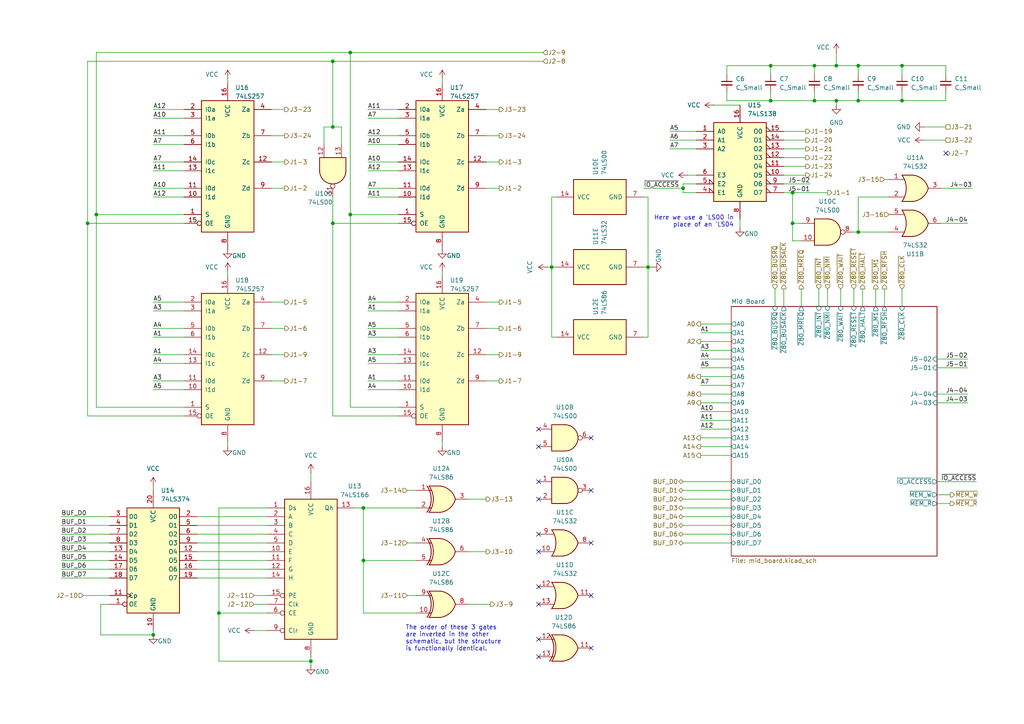
<source format=kicad_sch>
(kicad_sch (version 20231120) (generator "eeschema") (generator_version "8.0")
  (paper "A4")
  (lib_symbols
    (symbol "74xx:74LS00" (pin_names (offset 1.016))
      (property "Reference" "U" (at 0 1.27 0))
      (property "Value" "74LS00" (at 0 -1.27 0))
      (symbol "74LS00_1_1"
        (pin input line (at -7.62 2.54 0) (length 3.81) (name "~") (number "1"))
        (pin input line (at -7.62 -2.54 0) (length 3.81) (name "~") (number "2"))
        (pin output inverted (at 7.62 0 180) (length 3.81) (name "~") (number "3"))
      )
      (symbol "74LS00_1_2"
        (pin input inverted (at -7.62 2.54 0) (length 4.318) (name "~") (number "1"))
        (pin input inverted (at -7.62 -2.54 0) (length 4.318) (name "~") (number "2"))
        (pin output line (at 7.62 0 180) (length 3.81) (name "~") (number "3"))
      )
      (symbol "74LS00_2_1"
        (pin input line (at -7.62 2.54 0) (length 3.81) (name "~") (number "4"))
        (pin input line (at -7.62 -2.54 0) (length 3.81) (name "~") (number "5"))
        (pin output inverted (at 7.62 0 180) (length 3.81) (name "~") (number "6"))
      )
      (symbol "74LS00_2_2"
        (pin input inverted (at -7.62 2.54 0) (length 4.318) (name "~") (number "4"))
        (pin input inverted (at -7.62 -2.54 0) (length 4.318) (name "~") (number "5"))
        (pin output line (at 7.62 0 180) (length 3.81) (name "~") (number "6"))
      )
      (symbol "74LS00_3_1"
        (pin input line (at -7.62 -2.54 0) (length 3.81) (name "~") (number "10"))
        (pin output inverted (at 7.62 0 180) (length 3.81) (name "~") (number "8"))
        (pin input line (at -7.62 2.54 0) (length 3.81) (name "~") (number "9"))
      )
      (symbol "74LS00_3_2"
        (pin input inverted (at -7.62 -2.54 0) (length 4.318) (name "~") (number "10"))
        (pin output line (at 7.62 0 180) (length 3.81) (name "~") (number "8"))
        (pin input inverted (at -7.62 2.54 0) (length 4.318) (name "~") (number "9"))
      )
      (symbol "74LS00_4_1"
        (pin output inverted (at 7.62 0 180) (length 3.81) (name "~") (number "11"))
        (pin input line (at -7.62 2.54 0) (length 3.81) (name "~") (number "12"))
        (pin input line (at -7.62 -2.54 0) (length 3.81) (name "~") (number "13"))
      )
      (symbol "74LS00_4_2"
        (pin output line (at 7.62 0 180) (length 3.81) (name "~") (number "11"))
        (pin input inverted (at -7.62 2.54 0) (length 4.318) (name "~") (number "12"))
        (pin input inverted (at -7.62 -2.54 0) (length 4.318) (name "~") (number "13"))
      )
      (symbol "74LS00_5_0"
        (pin power_in line (at 0 12.7 270) (length 5.08) (name "VCC") (number "14"))
        (pin power_in line (at 0 -12.7 90) (length 5.08) (name "GND") (number "7"))
      )
    )
    (symbol "74xx:74LS138" (pin_names (offset 1.016))
      (property "Reference" "U" (at -7.62 11.43 0))
      (property "Value" "74LS138" (at -7.62 -13.97 0))
      (symbol "74LS138_1_0"
        (pin input line (at -12.7 7.62 0) (length 5.08) (name "A0") (number "1"))
        (pin output output_low (at 12.7 -5.08 180) (length 5.08) (name "O5") (number "10"))
        (pin output output_low (at 12.7 -2.54 180) (length 5.08) (name "O4") (number "11"))
        (pin output output_low (at 12.7 0 180) (length 5.08) (name "O3") (number "12"))
        (pin output output_low (at 12.7 2.54 180) (length 5.08) (name "O2") (number "13"))
        (pin output output_low (at 12.7 5.08 180) (length 5.08) (name "O1") (number "14"))
        (pin output output_low (at 12.7 7.62 180) (length 5.08) (name "O0") (number "15"))
        (pin power_in line (at 0 15.24 270) (length 5.08) (name "VCC") (number "16"))
        (pin input line (at -12.7 5.08 0) (length 5.08) (name "A1") (number "2"))
        (pin input line (at -12.7 2.54 0) (length 5.08) (name "A2") (number "3"))
        (pin input input_low (at -12.7 -10.16 0) (length 5.08) (name "E1") (number "4"))
        (pin input input_low (at -12.7 -7.62 0) (length 5.08) (name "E2") (number "5"))
        (pin input line (at -12.7 -5.08 0) (length 5.08) (name "E3") (number "6"))
        (pin output output_low (at 12.7 -10.16 180) (length 5.08) (name "O7") (number "7"))
        (pin power_in line (at 0 -17.78 90) (length 5.08) (name "GND") (number "8"))
        (pin output output_low (at 12.7 -7.62 180) (length 5.08) (name "O6") (number "9"))
      )
    )
    (symbol "74xx:74LS166" (pin_names (offset 1.016))
      (property "Reference" "U" (at -7.62 21.59 0))
      (property "Value" "74LS166" (at -7.62 -21.59 0))
      (symbol "74LS166_1_0"
        (pin input line (at -12.7 17.78 0) (length 5.08) (name "Ds") (number "1"))
        (pin input line (at -12.7 5.08 0) (length 5.08) (name "E") (number "10"))
        (pin input line (at -12.7 2.54 0) (length 5.08) (name "F") (number "11"))
        (pin input line (at -12.7 0 0) (length 5.08) (name "G") (number "12"))
        (pin output line (at 12.7 17.78 180) (length 5.08) (name "Qh") (number "13"))
        (pin input line (at -12.7 -2.54 0) (length 5.08) (name "H") (number "14"))
        (pin input inverted (at -12.7 -7.62 0) (length 5.08) (name "PE") (number "15"))
        (pin power_in line (at 0 25.4 270) (length 5.08) (name "VCC") (number "16"))
        (pin input line (at -12.7 15.24 0) (length 5.08) (name "A") (number "2"))
        (pin input line (at -12.7 12.7 0) (length 5.08) (name "B") (number "3"))
        (pin input line (at -12.7 10.16 0) (length 5.08) (name "C") (number "4"))
        (pin input line (at -12.7 7.62 0) (length 5.08) (name "D") (number "5"))
        (pin input inverted (at -12.7 -12.7 0) (length 5.08) (name "CE") (number "6"))
        (pin input line (at -12.7 -10.16 0) (length 5.08) (name "Clk") (number "7"))
        (pin power_in line (at 0 -25.4 90) (length 5.08) (name "GND") (number "8"))
        (pin input inverted (at -12.7 -17.78 0) (length 5.08) (name "Clr") (number "9"))
      )
    )
    (symbol "74xx:74LS257" (pin_names (offset 1.016))
      (property "Reference" "U" (at -7.62 19.05 0))
      (property "Value" "74LS257" (at -7.62 -21.59 0))
      (symbol "74LS257_1_0"
        (pin input line (at -12.7 -15.24 0) (length 5.08) (name "S") (number "1"))
        (pin input line (at -12.7 -10.16 0) (length 5.08) (name "I1d") (number "10"))
        (pin input line (at -12.7 -7.62 0) (length 5.08) (name "I0d") (number "11"))
        (pin tri_state line (at 12.7 0 180) (length 5.08) (name "Zc") (number "12"))
        (pin input line (at -12.7 -2.54 0) (length 5.08) (name "I1c") (number "13"))
        (pin input line (at -12.7 0 0) (length 5.08) (name "I0c") (number "14"))
        (pin input inverted (at -12.7 -17.78 0) (length 5.08) (name "OE") (number "15"))
        (pin power_in line (at 0 22.86 270) (length 5.08) (name "VCC") (number "16"))
        (pin input line (at -12.7 15.24 0) (length 5.08) (name "I0a") (number "2"))
        (pin input line (at -12.7 12.7 0) (length 5.08) (name "I1a") (number "3"))
        (pin tri_state line (at 12.7 15.24 180) (length 5.08) (name "Za") (number "4"))
        (pin input line (at -12.7 7.62 0) (length 5.08) (name "I0b") (number "5"))
        (pin input line (at -12.7 5.08 0) (length 5.08) (name "I1b") (number "6"))
        (pin tri_state line (at 12.7 7.62 180) (length 5.08) (name "Zb") (number "7"))
        (pin power_in line (at 0 -25.4 90) (length 5.08) (name "GND") (number "8"))
        (pin tri_state line (at 12.7 -7.62 180) (length 5.08) (name "Zd") (number "9"))
      )
    )
    (symbol "74xx:74LS32" (pin_names (offset 1.016))
      (property "Reference" "U" (at 0 1.27 0))
      (property "Value" "74LS32" (at 0 -1.27 0))
      (symbol "74LS32_1_1"
        (pin input line (at -7.62 2.54 0) (length 4.318) (name "~") (number "1"))
        (pin input line (at -7.62 -2.54 0) (length 4.318) (name "~") (number "2"))
        (pin output line (at 7.62 0 180) (length 3.81) (name "~") (number "3"))
      )
      (symbol "74LS32_1_2"
        (pin input inverted (at -7.62 2.54 0) (length 3.81) (name "~") (number "1"))
        (pin input inverted (at -7.62 -2.54 0) (length 3.81) (name "~") (number "2"))
        (pin output inverted (at 7.62 0 180) (length 3.81) (name "~") (number "3"))
      )
      (symbol "74LS32_2_1"
        (pin input line (at -7.62 2.54 0) (length 4.318) (name "~") (number "4"))
        (pin input line (at -7.62 -2.54 0) (length 4.318) (name "~") (number "5"))
        (pin output line (at 7.62 0 180) (length 3.81) (name "~") (number "6"))
      )
      (symbol "74LS32_2_2"
        (pin input inverted (at -7.62 2.54 0) (length 3.81) (name "~") (number "4"))
        (pin input inverted (at -7.62 -2.54 0) (length 3.81) (name "~") (number "5"))
        (pin output inverted (at 7.62 0 180) (length 3.81) (name "~") (number "6"))
      )
      (symbol "74LS32_3_1"
        (pin input line (at -7.62 -2.54 0) (length 4.318) (name "~") (number "10"))
        (pin output line (at 7.62 0 180) (length 3.81) (name "~") (number "8"))
        (pin input line (at -7.62 2.54 0) (length 4.318) (name "~") (number "9"))
      )
      (symbol "74LS32_3_2"
        (pin input inverted (at -7.62 -2.54 0) (length 3.81) (name "~") (number "10"))
        (pin output inverted (at 7.62 0 180) (length 3.81) (name "~") (number "8"))
        (pin input inverted (at -7.62 2.54 0) (length 3.81) (name "~") (number "9"))
      )
      (symbol "74LS32_4_1"
        (pin output line (at 7.62 0 180) (length 3.81) (name "~") (number "11"))
        (pin input line (at -7.62 2.54 0) (length 4.318) (name "~") (number "12"))
        (pin input line (at -7.62 -2.54 0) (length 4.318) (name "~") (number "13"))
      )
      (symbol "74LS32_4_2"
        (pin output inverted (at 7.62 0 180) (length 3.81) (name "~") (number "11"))
        (pin input inverted (at -7.62 2.54 0) (length 3.81) (name "~") (number "12"))
        (pin input inverted (at -7.62 -2.54 0) (length 3.81) (name "~") (number "13"))
      )
      (symbol "74LS32_5_0"
        (pin power_in line (at 0 12.7 270) (length 5.08) (name "VCC") (number "14"))
        (pin power_in line (at 0 -12.7 90) (length 5.08) (name "GND") (number "7"))
      )
    )
    (symbol "74xx:74LS374"
      (property "Reference" "U" (at -7.62 16.51 0))
      (property "Value" "74LS374" (at -7.62 -16.51 0))
      (symbol "74LS374_1_0"
        (pin input inverted (at -12.7 -12.7 0) (length 5.08) (name "OE") (number "1"))
        (pin power_in line (at 0 -20.32 90) (length 5.08) (name "GND") (number "10"))
        (pin input clock (at -12.7 -10.16 0) (length 5.08) (name "Cp") (number "11"))
        (pin tri_state line (at 12.7 2.54 180) (length 5.08) (name "O4") (number "12"))
        (pin input line (at -12.7 2.54 0) (length 5.08) (name "D4") (number "13"))
        (pin input line (at -12.7 0 0) (length 5.08) (name "D5") (number "14"))
        (pin tri_state line (at 12.7 0 180) (length 5.08) (name "O5") (number "15"))
        (pin tri_state line (at 12.7 -2.54 180) (length 5.08) (name "O6") (number "16"))
        (pin input line (at -12.7 -2.54 0) (length 5.08) (name "D6") (number "17"))
        (pin input line (at -12.7 -5.08 0) (length 5.08) (name "D7") (number "18"))
        (pin tri_state line (at 12.7 -5.08 180) (length 5.08) (name "O7") (number "19"))
        (pin tri_state line (at 12.7 12.7 180) (length 5.08) (name "O0") (number "2"))
        (pin power_in line (at 0 20.32 270) (length 5.08) (name "VCC") (number "20"))
        (pin input line (at -12.7 12.7 0) (length 5.08) (name "D0") (number "3"))
        (pin input line (at -12.7 10.16 0) (length 5.08) (name "D1") (number "4"))
        (pin tri_state line (at 12.7 10.16 180) (length 5.08) (name "O1") (number "5"))
        (pin tri_state line (at 12.7 7.62 180) (length 5.08) (name "O2") (number "6"))
        (pin input line (at -12.7 7.62 0) (length 5.08) (name "D2") (number "7"))
        (pin input line (at -12.7 5.08 0) (length 5.08) (name "D3") (number "8"))
        (pin tri_state line (at 12.7 5.08 180) (length 5.08) (name "O3") (number "9"))
      )
    )
    (symbol "74xx:74LS86" (pin_names (offset 1.016))
      (property "Reference" "U" (at 0 1.27 0))
      (property "Value" "74LS86" (at 0 -1.27 0))
      (symbol "74LS86_1_0"
        (pin input line (at -7.62 2.54 0) (length 4.445) (name "~") (number "1"))
        (pin input line (at -7.62 -2.54 0) (length 4.445) (name "~") (number "2"))
        (pin output line (at 7.62 0 180) (length 3.81) (name "~") (number "3"))
      )
      (symbol "74LS86_2_0"
        (pin input line (at -7.62 2.54 0) (length 4.445) (name "~") (number "4"))
        (pin input line (at -7.62 -2.54 0) (length 4.445) (name "~") (number "5"))
        (pin output line (at 7.62 0 180) (length 3.81) (name "~") (number "6"))
      )
      (symbol "74LS86_3_0"
        (pin input line (at -7.62 -2.54 0) (length 4.445) (name "~") (number "10"))
        (pin output line (at 7.62 0 180) (length 3.81) (name "~") (number "8"))
        (pin input line (at -7.62 2.54 0) (length 4.445) (name "~") (number "9"))
      )
      (symbol "74LS86_4_0"
        (pin output line (at 7.62 0 180) (length 3.81) (name "~") (number "11"))
        (pin input line (at -7.62 2.54 0) (length 4.445) (name "~") (number "12"))
        (pin input line (at -7.62 -2.54 0) (length 4.445) (name "~") (number "13"))
      )
      (symbol "74LS86_5_0"
        (pin power_in line (at 0 12.7 270) (length 5.08) (name "VCC") (number "14"))
        (pin power_in line (at 0 -12.7 90) (length 5.08) (name "GND") (number "7"))
      )
    )
    (symbol "Device:C_Small" (pin_numbers hide) (pin_names (offset 0.254) hide)
      (property "Reference" "C" (at 0.254 1.778 0))
      (property "Value" "C_Small" (at 0.254 -2.032 0))
      (symbol "C_Small_1_1"
        (pin passive line (at 0 2.54 270) (length 2.032) (name "~") (number "1"))
        (pin passive line (at 0 -2.54 90) (length 2.032) (name "~") (number "2"))
      )
    )
    (symbol "power:GND" (power) (pin_numbers hide) (pin_names (offset 0) hide)
      (property "Value" "GND" (at 0 -3.81 0))
      (symbol "GND_1_1"
        (pin power_in line (at 0 0 270) (length 0) (name "~") (number "1"))
      )
    )
    (symbol "power:VCC" (power) (pin_numbers hide) (pin_names (offset 0) hide)
      (property "Value" "VCC" (at 0 3.556 0))
      (symbol "VCC_1_1"
        (pin power_in line (at 0 0 90) (length 0) (name "~") (number "1"))
      )
    )
  )
  (junction (at 223.52 29.21))
  (junction (at 248.92 29.21))
  (junction (at 101.6 15.24))
  (junction (at 261.62 19.05))
  (junction (at 229.87 55.88))
  (junction (at 96.52 36.83))
  (junction (at 96.52 64.77))
  (junction (at 25.4 64.77))
  (junction (at 187.96 77.47))
  (junction (at 101.6 62.23))
  (junction (at 96.52 17.78))
  (junction (at 44.45 184.15))
  (junction (at 63.5 177.8))
  (junction (at 223.52 19.05))
  (junction (at 105.41 162.56))
  (junction (at 229.87 64.77))
  (junction (at 198.12 54.61))
  (junction (at 248.92 19.05))
  (junction (at 242.57 19.05))
  (junction (at 248.92 67.31))
  (junction (at 242.57 29.21))
  (junction (at 236.22 19.05))
  (junction (at 236.22 29.21))
  (junction (at 27.94 62.23))
  (junction (at 160.02 77.47))
  (junction (at 105.41 147.32))
  (junction (at 261.62 29.21))
  (junction (at 90.17 191.77))
  (no_connect (at 171.45 172.72))
  (no_connect (at 171.45 142.24))
  (no_connect (at 156.21 154.94))
  (no_connect (at 156.21 190.5))
  (no_connect (at 156.21 170.18))
  (no_connect (at 156.21 185.42))
  (no_connect (at 171.45 127))
  (no_connect (at 274.32 44.45))
  (no_connect (at 171.45 187.96))
  (no_connect (at 171.45 157.48))
  (no_connect (at 156.21 160.02))
  (no_connect (at 156.21 129.54))
  (no_connect (at 156.21 124.46))
  (no_connect (at 156.21 175.26))
  (no_connect (at 156.21 139.7))
  (no_connect (at 156.21 144.78))
  (wire (pts (xy 198.12 139.7) (xy 212.09 139.7)))
  (wire (pts (xy 101.6 15.24) (xy 101.6 62.23)))
  (wire (pts (xy 271.78 104.14) (xy 280.67 104.14)))
  (wire (pts (xy 274.32 29.21) (xy 274.32 26.67)))
  (wire (pts (xy 198.12 152.4) (xy 212.09 152.4)))
  (wire (pts (xy 242.57 29.21) (xy 242.57 30.48)))
  (wire (pts (xy 106.68 102.87) (xy 115.57 102.87)))
  (wire (pts (xy 44.45 34.29) (xy 53.34 34.29)))
  (wire (pts (xy 57.15 149.86) (xy 77.47 149.86)))
  (wire (pts (xy 161.29 97.79) (xy 160.02 97.79)))
  (wire (pts (xy 236.22 19.05) (xy 242.57 19.05)))
  (wire (pts (xy 128.27 128.27) (xy 128.27 129.54)))
  (wire (pts (xy 227.33 50.8) (xy 233.68 50.8)))
  (wire (pts (xy 140.97 39.37) (xy 144.78 39.37)))
  (wire (pts (xy 203.2 109.22) (xy 212.09 109.22)))
  (wire (pts (xy 29.21 175.26) (xy 31.75 175.26)))
  (wire (pts (xy 227.33 45.72) (xy 233.68 45.72)))
  (wire (pts (xy 140.97 31.75) (xy 144.78 31.75)))
  (wire (pts (xy 78.74 95.25) (xy 82.55 95.25)))
  (wire (pts (xy 135.89 160.02) (xy 140.97 160.02)))
  (wire (pts (xy 271.78 106.68) (xy 280.67 106.68)))
  (wire (pts (xy 90.17 190.5) (xy 90.17 191.77)))
  (wire (pts (xy 203.2 104.14) (xy 212.09 104.14)))
  (wire (pts (xy 187.96 57.15) (xy 186.69 57.15)))
  (wire (pts (xy 57.15 165.1) (xy 77.47 165.1)))
  (wire (pts (xy 256.54 83.82) (xy 256.54 88.9)))
  (wire (pts (xy 118.11 157.48) (xy 120.65 157.48)))
  (wire (pts (xy 198.12 142.24) (xy 212.09 142.24)))
  (wire (pts (xy 106.68 31.75) (xy 115.57 31.75)))
  (wire (pts (xy 160.02 97.79) (xy 160.02 77.47)))
  (wire (pts (xy 118.11 172.72) (xy 120.65 172.72)))
  (wire (pts (xy 203.2 93.98) (xy 212.09 93.98)))
  (wire (pts (xy 242.57 19.05) (xy 248.92 19.05)))
  (wire (pts (xy 271.78 146.05) (xy 275.59 146.05)))
  (wire (pts (xy 223.52 29.21) (xy 236.22 29.21)))
  (wire (pts (xy 261.62 26.67) (xy 261.62 29.21)))
  (wire (pts (xy 105.41 147.32) (xy 105.41 162.56)))
  (wire (pts (xy 63.5 177.8) (xy 77.47 177.8)))
  (wire (pts (xy 236.22 19.05) (xy 236.22 21.59)))
  (wire (pts (xy 160.02 77.47) (xy 160.02 57.15)))
  (wire (pts (xy 57.15 154.94) (xy 77.47 154.94)))
  (wire (pts (xy 186.69 97.79) (xy 187.96 97.79)))
  (wire (pts (xy 44.45 184.15) (xy 29.21 184.15)))
  (wire (pts (xy 203.2 116.84) (xy 212.09 116.84)))
  (wire (pts (xy 29.21 184.15) (xy 29.21 175.26)))
  (wire (pts (xy 210.82 19.05) (xy 223.52 19.05)))
  (wire (pts (xy 44.45 46.99) (xy 53.34 46.99)))
  (wire (pts (xy 135.89 175.26) (xy 142.24 175.26)))
  (wire (pts (xy 93.98 36.83) (xy 96.52 36.83)))
  (wire (pts (xy 240.03 83.82) (xy 240.03 88.9)))
  (wire (pts (xy 96.52 36.83) (xy 99.06 36.83)))
  (wire (pts (xy 44.45 95.25) (xy 53.34 95.25)))
  (wire (pts (xy 17.78 160.02) (xy 31.75 160.02)))
  (wire (pts (xy 247.65 67.31) (xy 248.92 67.31)))
  (wire (pts (xy 187.96 77.47) (xy 189.23 77.47)))
  (wire (pts (xy 44.45 49.53) (xy 53.34 49.53)))
  (wire (pts (xy 248.92 57.15) (xy 248.92 67.31)))
  (wire (pts (xy 194.31 38.1) (xy 201.93 38.1)))
  (wire (pts (xy 227.33 53.34) (xy 234.95 53.34)))
  (wire (pts (xy 201.93 53.34) (xy 198.12 53.34)))
  (wire (pts (xy 78.74 102.87) (xy 82.55 102.87)))
  (wire (pts (xy 227.33 38.1) (xy 233.68 38.1)))
  (wire (pts (xy 261.62 29.21) (xy 274.32 29.21)))
  (wire (pts (xy 257.81 57.15) (xy 248.92 57.15)))
  (wire (pts (xy 73.66 172.72) (xy 77.47 172.72)))
  (wire (pts (xy 24.13 172.72) (xy 31.75 172.72)))
  (wire (pts (xy 106.68 110.49) (xy 115.57 110.49)))
  (wire (pts (xy 93.98 41.91) (xy 93.98 36.83)))
  (wire (pts (xy 203.2 119.38) (xy 212.09 119.38)))
  (wire (pts (xy 106.68 95.25) (xy 115.57 95.25)))
  (wire (pts (xy 227.33 43.18) (xy 233.68 43.18)))
  (wire (pts (xy 236.22 26.67) (xy 236.22 29.21)))
  (wire (pts (xy 63.5 147.32) (xy 63.5 177.8)))
  (wire (pts (xy 203.2 111.76) (xy 212.09 111.76)))
  (wire (pts (xy 118.11 142.24) (xy 120.65 142.24)))
  (wire (pts (xy 187.96 97.79) (xy 187.96 77.47)))
  (wire (pts (xy 261.62 83.82) (xy 261.62 88.9)))
  (wire (pts (xy 105.41 162.56) (xy 120.65 162.56)))
  (wire (pts (xy 140.97 102.87) (xy 144.78 102.87)))
  (wire (pts (xy 96.52 120.65) (xy 115.57 120.65)))
  (wire (pts (xy 247.65 83.82) (xy 247.65 88.9)))
  (wire (pts (xy 44.45 102.87) (xy 53.34 102.87)))
  (wire (pts (xy 198.12 147.32) (xy 212.09 147.32)))
  (wire (pts (xy 57.15 167.64) (xy 77.47 167.64)))
  (wire (pts (xy 198.12 55.88) (xy 201.93 55.88)))
  (wire (pts (xy 187.96 77.47) (xy 187.96 57.15)))
  (wire (pts (xy 273.05 54.61) (xy 281.94 54.61)))
  (wire (pts (xy 25.4 17.78) (xy 25.4 64.77)))
  (wire (pts (xy 140.97 87.63) (xy 144.78 87.63)))
  (wire (pts (xy 78.74 31.75) (xy 82.55 31.75)))
  (wire (pts (xy 44.45 113.03) (xy 53.34 113.03)))
  (wire (pts (xy 223.52 19.05) (xy 223.52 21.59)))
  (wire (pts (xy 261.62 19.05) (xy 274.32 19.05)))
  (wire (pts (xy 106.68 41.91) (xy 115.57 41.91)))
  (wire (pts (xy 271.78 116.84) (xy 280.67 116.84)))
  (wire (pts (xy 96.52 17.78) (xy 157.48 17.78)))
  (wire (pts (xy 203.2 106.68) (xy 212.09 106.68)))
  (wire (pts (xy 227.33 55.88) (xy 229.87 55.88)))
  (wire (pts (xy 44.45 97.79) (xy 53.34 97.79)))
  (wire (pts (xy 140.97 46.99) (xy 144.78 46.99)))
  (wire (pts (xy 78.74 54.61) (xy 82.55 54.61)))
  (wire (pts (xy 106.68 46.99) (xy 115.57 46.99)))
  (wire (pts (xy 96.52 57.15) (xy 96.52 64.77)))
  (wire (pts (xy 27.94 15.24) (xy 101.6 15.24)))
  (wire (pts (xy 44.45 140.97) (xy 44.45 142.24)))
  (wire (pts (xy 243.84 83.82) (xy 243.84 88.9)))
  (wire (pts (xy 106.68 39.37) (xy 115.57 39.37)))
  (wire (pts (xy 17.78 154.94) (xy 31.75 154.94)))
  (wire (pts (xy 128.27 78.74) (xy 128.27 80.01)))
  (wire (pts (xy 27.94 118.11) (xy 27.94 62.23)))
  (wire (pts (xy 203.2 124.46) (xy 212.09 124.46)))
  (wire (pts (xy 17.78 167.64) (xy 31.75 167.64)))
  (wire (pts (xy 227.33 40.64) (xy 233.68 40.64)))
  (wire (pts (xy 227.33 48.26) (xy 233.68 48.26)))
  (wire (pts (xy 271.78 139.7) (xy 283.21 139.7)))
  (wire (pts (xy 53.34 118.11) (xy 27.94 118.11)))
  (wire (pts (xy 66.04 128.27) (xy 66.04 129.54)))
  (wire (pts (xy 106.68 57.15) (xy 115.57 57.15)))
  (wire (pts (xy 248.92 19.05) (xy 261.62 19.05)))
  (wire (pts (xy 198.12 54.61) (xy 186.69 54.61)))
  (wire (pts (xy 256.54 52.07) (xy 257.81 52.07)))
  (wire (pts (xy 267.97 36.83) (xy 274.32 36.83)))
  (wire (pts (xy 274.32 19.05) (xy 274.32 21.59)))
  (wire (pts (xy 160.02 77.47) (xy 161.29 77.47)))
  (wire (pts (xy 57.15 157.48) (xy 77.47 157.48)))
  (wire (pts (xy 250.19 83.82) (xy 250.19 88.9)))
  (wire (pts (xy 198.12 157.48) (xy 212.09 157.48)))
  (wire (pts (xy 267.97 40.64) (xy 274.32 40.64)))
  (wire (pts (xy 102.87 147.32) (xy 105.41 147.32)))
  (wire (pts (xy 198.12 144.78) (xy 212.09 144.78)))
  (wire (pts (xy 66.04 78.74) (xy 66.04 80.01)))
  (wire (pts (xy 78.74 46.99) (xy 82.55 46.99)))
  (wire (pts (xy 63.5 177.8) (xy 63.5 191.77)))
  (wire (pts (xy 44.45 41.91) (xy 53.34 41.91)))
  (wire (pts (xy 44.45 90.17) (xy 53.34 90.17)))
  (wire (pts (xy 224.79 83.82) (xy 224.79 88.9)))
  (wire (pts (xy 207.01 30.48) (xy 214.63 30.48)))
  (wire (pts (xy 214.63 63.5) (xy 214.63 66.04)))
  (wire (pts (xy 203.2 99.06) (xy 212.09 99.06)))
  (wire (pts (xy 229.87 55.88) (xy 240.03 55.88)))
  (wire (pts (xy 44.45 87.63) (xy 53.34 87.63)))
  (wire (pts (xy 105.41 177.8) (xy 120.65 177.8)))
  (wire (pts (xy 198.12 54.61) (xy 198.12 55.88)))
  (wire (pts (xy 17.78 157.48) (xy 31.75 157.48)))
  (wire (pts (xy 99.06 36.83) (xy 99.06 41.91)))
  (wire (pts (xy 237.49 83.82) (xy 237.49 88.9)))
  (wire (pts (xy 96.52 36.83) (xy 96.52 17.78)))
  (wire (pts (xy 106.68 34.29) (xy 115.57 34.29)))
  (wire (pts (xy 101.6 15.24) (xy 157.48 15.24)))
  (wire (pts (xy 271.78 143.51) (xy 275.59 143.51)))
  (wire (pts (xy 57.15 162.56) (xy 77.47 162.56)))
  (wire (pts (xy 140.97 110.49) (xy 144.78 110.49)))
  (wire (pts (xy 78.74 39.37) (xy 82.55 39.37)))
  (wire (pts (xy 210.82 21.59) (xy 210.82 19.05)))
  (wire (pts (xy 57.15 152.4) (xy 77.47 152.4)))
  (wire (pts (xy 105.41 162.56) (xy 105.41 177.8)))
  (wire (pts (xy 63.5 191.77) (xy 90.17 191.77)))
  (wire (pts (xy 44.45 31.75) (xy 53.34 31.75)))
  (wire (pts (xy 203.2 114.3) (xy 212.09 114.3)))
  (wire (pts (xy 25.4 120.65) (xy 53.34 120.65)))
  (wire (pts (xy 25.4 17.78) (xy 96.52 17.78)))
  (wire (pts (xy 44.45 57.15) (xy 53.34 57.15)))
  (wire (pts (xy 105.41 147.32) (xy 120.65 147.32)))
  (wire (pts (xy 198.12 149.86) (xy 212.09 149.86)))
  (wire (pts (xy 128.27 22.86) (xy 128.27 24.13)))
  (wire (pts (xy 229.87 69.85) (xy 232.41 69.85)))
  (wire (pts (xy 140.97 54.61) (xy 144.78 54.61)))
  (wire (pts (xy 160.02 57.15) (xy 161.29 57.15)))
  (wire (pts (xy 106.68 105.41) (xy 115.57 105.41)))
  (wire (pts (xy 194.31 43.18) (xy 201.93 43.18)))
  (wire (pts (xy 135.89 144.78) (xy 140.97 144.78)))
  (wire (pts (xy 203.2 132.08) (xy 212.09 132.08)))
  (wire (pts (xy 66.04 22.86) (xy 66.04 24.13)))
  (wire (pts (xy 203.2 129.54) (xy 212.09 129.54)))
  (wire (pts (xy 203.2 127) (xy 212.09 127)))
  (wire (pts (xy 27.94 62.23) (xy 53.34 62.23)))
  (wire (pts (xy 17.78 152.4) (xy 31.75 152.4)))
  (wire (pts (xy 77.47 147.32) (xy 63.5 147.32)))
  (wire (pts (xy 199.39 50.8) (xy 201.93 50.8)))
  (wire (pts (xy 96.52 64.77) (xy 115.57 64.77)))
  (wire (pts (xy 90.17 137.16) (xy 90.17 139.7)))
  (wire (pts (xy 194.31 40.64) (xy 201.93 40.64)))
  (wire (pts (xy 106.68 90.17) (xy 115.57 90.17)))
  (wire (pts (xy 115.57 62.23) (xy 101.6 62.23)))
  (wire (pts (xy 73.66 182.88) (xy 77.47 182.88)))
  (wire (pts (xy 242.57 29.21) (xy 248.92 29.21)))
  (wire (pts (xy 203.2 101.6) (xy 212.09 101.6)))
  (wire (pts (xy 158.75 77.47) (xy 160.02 77.47)))
  (wire (pts (xy 106.68 87.63) (xy 115.57 87.63)))
  (wire (pts (xy 44.45 110.49) (xy 53.34 110.49)))
  (wire (pts (xy 271.78 114.3) (xy 280.67 114.3)))
  (wire (pts (xy 96.52 64.77) (xy 96.52 120.65)))
  (wire (pts (xy 261.62 19.05) (xy 261.62 21.59)))
  (wire (pts (xy 106.68 97.79) (xy 115.57 97.79)))
  (wire (pts (xy 106.68 49.53) (xy 115.57 49.53)))
  (wire (pts (xy 229.87 64.77) (xy 229.87 69.85)))
  (wire (pts (xy 78.74 110.49) (xy 82.55 110.49)))
  (wire (pts (xy 248.92 29.21) (xy 261.62 29.21)))
  (wire (pts (xy 248.92 19.05) (xy 248.92 21.59)))
  (wire (pts (xy 90.17 191.77) (xy 90.17 193.04)))
  (wire (pts (xy 44.45 105.41) (xy 53.34 105.41)))
  (wire (pts (xy 229.87 55.88) (xy 229.87 64.77)))
  (wire (pts (xy 232.41 83.82) (xy 232.41 88.9)))
  (wire (pts (xy 25.4 64.77) (xy 25.4 120.65)))
  (wire (pts (xy 229.87 64.77) (xy 232.41 64.77)))
  (wire (pts (xy 140.97 95.25) (xy 144.78 95.25)))
  (wire (pts (xy 186.69 77.47) (xy 187.96 77.47)))
  (wire (pts (xy 106.68 54.61) (xy 115.57 54.61)))
  (wire (pts (xy 57.15 160.02) (xy 77.47 160.02)))
  (wire (pts (xy 273.05 64.77) (xy 280.67 64.77)))
  (wire (pts (xy 223.52 19.05) (xy 236.22 19.05)))
  (wire (pts (xy 254 83.82) (xy 254 88.9)))
  (wire (pts (xy 115.57 118.11) (xy 101.6 118.11)))
  (wire (pts (xy 17.78 162.56) (xy 31.75 162.56)))
  (wire (pts (xy 236.22 29.21) (xy 242.57 29.21)))
  (wire (pts (xy 106.68 113.03) (xy 115.57 113.03)))
  (wire (pts (xy 44.45 39.37) (xy 53.34 39.37)))
  (wire (pts (xy 203.2 121.92) (xy 212.09 121.92)))
  (wire (pts (xy 78.74 87.63) (xy 82.55 87.63)))
  (wire (pts (xy 248.92 67.31) (xy 257.81 67.31)))
  (wire (pts (xy 25.4 64.77) (xy 53.34 64.77)))
  (wire (pts (xy 198.12 154.94) (xy 212.09 154.94)))
  (wire (pts (xy 223.52 26.67) (xy 223.52 29.21)))
  (wire (pts (xy 17.78 149.86) (xy 31.75 149.86)))
  (wire (pts (xy 73.66 175.26) (xy 77.47 175.26)))
  (wire (pts (xy 227.33 83.82) (xy 227.33 88.9)))
  (wire (pts (xy 248.92 26.67) (xy 248.92 29.21)))
  (wire (pts (xy 27.94 62.23) (xy 27.94 15.24)))
  (wire (pts (xy 210.82 29.21) (xy 223.52 29.21)))
  (wire (pts (xy 101.6 62.23) (xy 101.6 118.11)))
  (wire (pts (xy 210.82 26.67) (xy 210.82 29.21)))
  (wire (pts (xy 44.45 54.61) (xy 53.34 54.61)))
  (wire (pts (xy 242.57 15.24) (xy 242.57 19.05)))
  (wire (pts (xy 44.45 182.88) (xy 44.45 184.15)))
  (wire (pts (xy 198.12 53.34) (xy 198.12 54.61)))
  (wire (pts (xy 203.2 96.52) (xy 212.09 96.52)))
  (wire (pts (xy 17.78 165.1) (xy 31.75 165.1)))
  (text "The order of these 3 gates\nare inverted in the other\nschematic, but the structure\nis functionally identical." (at 117.602 185.166 0) (effects (font (size 1.27 1.27)) (justify left)))
  (text "Here we use a 'LS00 in\nplace of an 'LS04" (at 212.852 64.262 0) (effects (font (size 1.27 1.27)) (justify right)))
  (label "A1" (at 44.45 97.79 0))
  (label "A12" (at 44.45 31.75 0))
  (label "A6" (at 194.31 40.64 0))
  (label "A12" (at 106.68 49.53 0))
  (label "A7" (at 106.68 54.61 0))
  (label "A7" (at 44.45 46.99 0))
  (label "A12" (at 203.2 124.46 0))
  (label "J4-03" (at 281.94 54.61 180))
  (label "A5" (at 203.2 106.68 0))
  (label "A3" (at 44.45 110.49 0))
  (label "A10" (at 44.45 54.61 0))
  (label "A4" (at 203.2 104.14 0))
  (label "BUF_D4" (at 17.78 160.02 0))
  (label "A5" (at 106.68 105.41 0))
  (label "A10" (at 106.68 41.91 0))
  (label "A4" (at 106.68 87.63 0))
  (label "A11" (at 106.68 57.15 0))
  (label "A12" (at 106.68 39.37 0))
  (label "A1" (at 44.45 102.87 0))
  (label "A1" (at 106.68 90.17 0))
  (label "J5-01" (at 280.67 106.68 180))
  (label "J4-04" (at 280.67 114.3 180))
  (label "A10" (at 106.68 46.99 0))
  (label "A3" (at 203.2 101.6 0))
  (label "~{IO_ACCESS}" (at 283.21 139.7 180))
  (label "A3" (at 106.68 102.87 0))
  (label "A3" (at 106.68 97.79 0))
  (label "J5-01" (at 234.95 55.88 180))
  (label "~{IO_ACCESS}" (at 186.69 54.61 0))
  (label "A5" (at 44.45 113.03 0))
  (label "BUF_D1" (at 17.78 152.4 0))
  (label "A12" (at 44.45 57.15 0))
  (label "A5" (at 194.31 38.1 0))
  (label "J4-04" (at 280.67 64.77 180))
  (label "A11" (at 44.45 49.53 0))
  (label "A7" (at 44.45 41.91 0))
  (label "A11" (at 203.2 121.92 0))
  (label "BUF_D6" (at 17.78 165.1 0))
  (label "A4" (at 106.68 113.03 0))
  (label "BUF_D0" (at 17.78 149.86 0))
  (label "BUF_D2" (at 17.78 154.94 0))
  (label "A10" (at 203.2 119.38 0))
  (label "A10" (at 44.45 34.29 0))
  (label "A4" (at 44.45 105.41 0))
  (label "A7" (at 203.2 111.76 0))
  (label "J5-02" (at 234.95 53.34 180))
  (label "BUF_D5" (at 17.78 162.56 0))
  (label "A1" (at 203.2 96.52 0))
  (label "A3" (at 44.45 90.17 0))
  (label "A11" (at 44.45 39.37 0))
  (label "J5-02" (at 280.67 104.14 180))
  (label "BUF_D3" (at 17.78 157.48 0))
  (label "A4" (at 44.45 95.25 0))
  (label "J4-03" (at 280.67 116.84 180))
  (label "A5" (at 106.68 95.25 0))
  (label "A7" (at 194.31 43.18 0))
  (label "A5" (at 44.45 87.63 0))
  (label "A1" (at 106.68 110.49 0))
  (label "A11" (at 106.68 31.75 0))
  (label "A7" (at 106.68 34.29 0))
  (label "BUF_D7" (at 17.78 167.64 0))
  (hierarchical_label "A9" (shape output) (at 203.2 116.84 180))
  (hierarchical_label "A0" (shape output) (at 203.2 93.98 180))
  (hierarchical_label "BUF_D1" (shape bidirectional) (at 198.12 142.24 180))
  (hierarchical_label "~{Z80_BUSACK}" (shape output) (at 227.33 83.82 90))
  (hierarchical_label "J2-9" (shape input) (at 157.48 15.24 0))
  (hierarchical_label "J1-5" (shape output) (at 144.78 87.63 0))
  (hierarchical_label "J1-7" (shape output) (at 82.55 110.49 0))
  (hierarchical_label "A13" (shape output) (at 203.2 127 180))
  (hierarchical_label "J3-14" (shape input) (at 118.11 142.24 180))
  (hierarchical_label "~{Z80_WAIT}" (shape input) (at 243.84 83.82 90))
  (hierarchical_label "J3-24" (shape output) (at 82.55 39.37 0))
  (hierarchical_label "~{MEM_R}" (shape output) (at 275.59 146.05 0))
  (hierarchical_label "J2-12" (shape input) (at 73.66 175.26 180))
  (hierarchical_label "J3-22" (shape passive) (at 274.32 40.64 0))
  (hierarchical_label "J2-10" (shape input) (at 24.13 172.72 180))
  (hierarchical_label "J2-8" (shape input) (at 157.48 17.78 0))
  (hierarchical_label "J1-9" (shape output) (at 144.78 102.87 0))
  (hierarchical_label "J1-19" (shape output) (at 233.68 38.1 0))
  (hierarchical_label "J1-6" (shape output) (at 82.55 95.25 0))
  (hierarchical_label "J3-13" (shape output) (at 140.97 144.78 0))
  (hierarchical_label "BUF_D5" (shape bidirectional) (at 198.12 152.4 180))
  (hierarchical_label "J1-20" (shape output) (at 233.68 40.64 0))
  (hierarchical_label "J3-24" (shape output) (at 144.78 39.37 0))
  (hierarchical_label "A2" (shape output) (at 203.2 99.06 180))
  (hierarchical_label "BUF_D6" (shape bidirectional) (at 198.12 154.94 180))
  (hierarchical_label "J2-11" (shape input) (at 73.66 172.72 180))
  (hierarchical_label "J1-9" (shape output) (at 82.55 102.87 0))
  (hierarchical_label "J1-24" (shape output) (at 233.68 50.8 0))
  (hierarchical_label "~{Z80_CLK}" (shape input) (at 261.62 83.82 90))
  (hierarchical_label "~{MEM_W}" (shape output) (at 275.59 143.51 0))
  (hierarchical_label "BUF_D3" (shape bidirectional) (at 198.12 147.32 180))
  (hierarchical_label "J1-3" (shape output) (at 82.55 46.99 0))
  (hierarchical_label "J1-2" (shape output) (at 82.55 54.61 0))
  (hierarchical_label "~{Z80_INT}" (shape input) (at 237.49 83.82 90))
  (hierarchical_label "J1-5" (shape output) (at 82.55 87.63 0))
  (hierarchical_label "J3-23" (shape output) (at 144.78 31.75 0))
  (hierarchical_label "~{Z80_BUSRQ}" (shape input) (at 224.79 83.82 90))
  (hierarchical_label "~{Z80_MREQ}" (shape output) (at 232.41 83.82 90))
  (hierarchical_label "J1-3" (shape output) (at 144.78 46.99 0))
  (hierarchical_label "A14" (shape output) (at 203.2 129.54 180))
  (hierarchical_label "J2-7" (shape bidirectional) (at 274.32 44.45 0))
  (hierarchical_label "~{Z80_M1}" (shape output) (at 254 83.82 90))
  (hierarchical_label "J3-15" (shape input) (at 256.54 52.07 180))
  (hierarchical_label "BUF_D2" (shape bidirectional) (at 198.12 144.78 180))
  (hierarchical_label "A15" (shape output) (at 203.2 132.08 180))
  (hierarchical_label "J1-7" (shape output) (at 144.78 110.49 0))
  (hierarchical_label "J3-9" (shape output) (at 142.24 175.26 0))
  (hierarchical_label "J3-23" (shape output) (at 82.55 31.75 0))
  (hierarchical_label "BUF_D0" (shape bidirectional) (at 198.12 139.7 180))
  (hierarchical_label "BUF_D7" (shape bidirectional) (at 198.12 157.48 180))
  (hierarchical_label "A8" (shape output) (at 203.2 114.3 180))
  (hierarchical_label "~{Z80_RESET}" (shape input) (at 247.65 83.82 90))
  (hierarchical_label "J3-16" (shape input) (at 257.81 62.23 180))
  (hierarchical_label "~{Z80_RFSH}" (shape output) (at 256.54 83.82 90))
  (hierarchical_label "J1-23" (shape output) (at 233.68 48.26 0))
  (hierarchical_label "J1-6" (shape output) (at 144.78 95.25 0))
  (hierarchical_label "J3-12" (shape input) (at 118.11 157.48 180))
  (hierarchical_label "A6" (shape output) (at 203.2 109.22 180))
  (hierarchical_label "BUF_D4" (shape bidirectional) (at 198.12 149.86 180))
  (hierarchical_label "J1-2" (shape output) (at 144.78 54.61 0))
  (hierarchical_label "J3-21" (shape passive) (at 274.32 36.83 0))
  (hierarchical_label "J1-22" (shape output) (at 233.68 45.72 0))
  (hierarchical_label "~{Z80_NMI}" (shape input) (at 240.03 83.82 90))
  (hierarchical_label "J1-21" (shape output) (at 233.68 43.18 0))
  (hierarchical_label "~{Z80_HALT}" (shape output) (at 250.19 83.82 90))
  (hierarchical_label "J3-10" (shape output) (at 140.97 160.02 0))
  (hierarchical_label "J3-11" (shape input) (at 118.11 172.72 180))
  (hierarchical_label "J1-1" (shape output) (at 240.03 55.88 0))
  (symbol (lib_id "Device:C_Small") (at 210.82 24.13 0) (unit 1)
    (property "Reference" "C6" (at 213.36 22.8662 0) (effects (justify left)))
    (property "Value" "C_Small" (at 213.36 25.4062 0) (effects (justify left)))
    (property "Description" "Unpolarized capacitor, small symbol" (effects (hide yes)))
  )
  (symbol (lib_id "power:GND") (at 189.23 77.47 90) (unit 1)
    (property "Reference" "#PWR025" (effects (hide yes)))
    (property "Value" "GND" (at 191.008 74.168 0))
    (property "Description" "Power symbol creates a global label with name \"GND\" , ground" (effects (hide yes)))
  )
  (symbol (lib_id "power:GND") (at 128.27 72.39 0) (unit 1)
    (property "Reference" "#PWR044" (effects (hide yes)))
    (property "Value" "GND" (at 131.572 74.168 0))
    (property "Description" "Power symbol creates a global label with name \"GND\" , ground" (effects (hide yes)))
  )
  (symbol (lib_id "power:GND") (at 242.57 30.48 0) (unit 1)
    (property "Reference" "#PWR049" (effects (hide yes)))
    (property "Value" "GND" (at 242.57 35.56 0))
    (property "Description" "Power symbol creates a global label with name \"GND\" , ground" (effects (hide yes)))
  )
  (symbol (lib_id "74xx:74LS257") (at 128.27 46.99 0) (unit 1)
    (property "Reference" "U17" (at 130.4641 25.4 0) (effects (justify left)))
    (property "Value" "74LS257" (at 130.4641 27.94 0) (effects (justify left)))
    (property "Datasheet" "http://www.ti.com/lit/gpn/sn74LS257" (effects (hide yes)))
    (property "Description" "Quad 2 to 1 Multiplexer" (effects (hide yes)))
  )
  (symbol (lib_id "74xx:74LS00") (at 96.52 49.53 90) (mirror x) (unit 4)
    (property "Reference" "U10" (at 96.52 56.134 90) (effects (justify left)))
    (property "Value" "74LS00" (at 96.52 58.674 90) (effects (justify left)))
    (property "Datasheet" "http://www.ti.com/lit/gpn/sn74ls00" (effects (hide yes)))
    (property "Description" "quad 2-input NAND gate" (effects (hide yes)))
  )
  (symbol (lib_id "power:VCC") (at 242.57 15.24 0) (unit 1)
    (property "Reference" "#PWR048" (effects (hide yes)))
    (property "Value" "VCC" (at 238.76 13.716 0))
    (property "Description" "Power symbol creates a global label with name \"VCC\"" (effects (hide yes)))
  )
  (symbol (lib_id "Device:C_Small") (at 261.62 24.13 0) (unit 1)
    (property "Reference" "C10" (at 264.16 22.8662 0) (effects (justify left)))
    (property "Value" "C_Small" (at 264.16 25.4062 0) (effects (justify left)))
    (property "Description" "Unpolarized capacitor, small symbol" (effects (hide yes)))
  )
  (symbol (lib_id "74xx:74LS32") (at 163.83 172.72 0) (unit 4)
    (property "Reference" "U11" (at 163.83 163.83 0))
    (property "Value" "74LS32" (at 163.83 166.37 0))
    (property "Datasheet" "http://www.ti.com/lit/gpn/sn74LS32" (effects (hide yes)))
    (property "Description" "Quad 2-input OR" (effects (hide yes)))
  )
  (symbol (lib_id "74xx:74LS86") (at 173.99 97.79 90) (unit 5)
    (property "Reference" "U12" (at 172.7199 91.44 0) (effects (justify left)))
    (property "Value" "74LS86" (at 175.2599 91.44 0) (effects (justify left)))
    (property "Datasheet" "74xx/74ls86.pdf" (effects (hide yes)))
    (property "Description" "Quad 2-input XOR" (effects (hide yes)))
  )
  (symbol (lib_id "74xx:74LS32") (at 265.43 54.61 0) (unit 1)
    (property "Reference" "U11" (at 265.43 45.72 0))
    (property "Value" "74LS32" (at 265.43 48.26 0))
    (property "Datasheet" "http://www.ti.com/lit/gpn/sn74LS32" (effects (hide yes)))
    (property "Description" "Quad 2-input OR" (effects (hide yes)))
  )
  (symbol (lib_id "74xx:74LS32") (at 163.83 157.48 0) (unit 3)
    (property "Reference" "U11" (at 163.83 148.59 0))
    (property "Value" "74LS32" (at 163.83 151.13 0))
    (property "Datasheet" "http://www.ti.com/lit/gpn/sn74LS32" (effects (hide yes)))
    (property "Description" "Quad 2-input OR" (effects (hide yes)))
  )
  (symbol (lib_id "Device:C_Small") (at 274.32 24.13 0) (unit 1)
    (property "Reference" "C11" (at 276.86 22.8662 0) (effects (justify left)))
    (property "Value" "C_Small" (at 276.86 25.4062 0) (effects (justify left)))
    (property "Description" "Unpolarized capacitor, small symbol" (effects (hide yes)))
  )
  (symbol (lib_id "power:VCC") (at 207.01 30.48 90) (unit 1)
    (property "Reference" "#PWR036" (effects (hide yes)))
    (property "Value" "VCC" (at 203.2 30.4799 90) (effects (justify left)))
    (property "Description" "Power symbol creates a global label with name \"VCC\"" (effects (hide yes)))
  )
  (symbol (lib_id "power:GND") (at 267.97 36.83 270) (unit 1)
    (property "Reference" "#PWR045" (effects (hide yes)))
    (property "Value" "GND" (at 264.16 36.8299 90) (effects (justify right)))
    (property "Description" "Power symbol creates a global label with name \"GND\" , ground" (effects (hide yes)))
  )
  (symbol (lib_id "74xx:74LS138") (at 214.63 45.72 0) (unit 1)
    (property "Reference" "U15" (at 216.8241 30.48 0) (effects (justify left)))
    (property "Value" "74LS138" (at 216.8241 33.02 0) (effects (justify left)))
    (property "Datasheet" "http://www.ti.com/lit/gpn/sn74LS138" (effects (hide yes)))
    (property "Description" "Decoder 3 to 8 active low outputs" (effects (hide yes)))
  )
  (symbol (lib_id "power:VCC") (at 128.27 22.86 0) (unit 1)
    (property "Reference" "#PWR037" (effects (hide yes)))
    (property "Value" "VCC" (at 123.698 21.59 0))
    (property "Description" "Power symbol creates a global label with name \"VCC\"" (effects (hide yes)))
  )
  (symbol (lib_id "74xx:74LS166") (at 90.17 165.1 0) (unit 1)
    (property "Reference" "U13" (at 102.87 141.0014 0))
    (property "Value" "74LS166" (at 102.87 143.5414 0))
    (property "Datasheet" "http://www.ti.com/lit/gpn/sn74LS166" (effects (hide yes)))
    (property "Description" "Shift Register 8-bit, parallel load" (effects (hide yes)))
  )
  (symbol (lib_id "power:VCC") (at 128.27 78.74 0) (unit 1)
    (property "Reference" "#PWR040" (effects (hide yes)))
    (property "Value" "VCC" (at 123.698 77.47 0))
    (property "Description" "Power symbol creates a global label with name \"VCC\"" (effects (hide yes)))
  )
  (symbol (lib_id "power:VCC") (at 90.17 137.16 0) (unit 1)
    (property "Reference" "#PWR028" (effects (hide yes)))
    (property "Value" "VCC" (at 90.17 132.08 0))
    (property "Description" "Power symbol creates a global label with name \"VCC\"" (effects (hide yes)))
  )
  (symbol (lib_id "Device:C_Small") (at 223.52 24.13 0) (unit 1)
    (property "Reference" "C7" (at 226.06 22.8662 0) (effects (justify left)))
    (property "Value" "C_Small" (at 226.06 25.4062 0) (effects (justify left)))
    (property "Description" "Unpolarized capacitor, small symbol" (effects (hide yes)))
  )
  (symbol (lib_id "power:VCC") (at 73.66 182.88 90) (unit 1)
    (property "Reference" "#PWR029" (effects (hide yes)))
    (property "Value" "VCC" (at 69.85 182.8799 90) (effects (justify left)))
    (property "Description" "Power symbol creates a global label with name \"VCC\"" (effects (hide yes)))
  )
  (symbol (lib_id "74xx:74LS257") (at 66.04 46.99 0) (unit 1)
    (property "Reference" "U16" (at 68.2341 25.4 0) (effects (justify left)))
    (property "Value" "74LS257" (at 68.2341 27.94 0) (effects (justify left)))
    (property "Datasheet" "http://www.ti.com/lit/gpn/sn74LS257" (effects (hide yes)))
    (property "Description" "Quad 2 to 1 Multiplexer" (effects (hide yes)))
  )
  (symbol (lib_id "power:VCC") (at 44.45 140.97 0) (unit 1)
    (property "Reference" "#PWR030" (effects (hide yes)))
    (property "Value" "VCC" (at 44.45 135.89 0))
    (property "Description" "Power symbol creates a global label with name \"VCC\"" (effects (hide yes)))
  )
  (symbol (lib_id "power:GND") (at 90.17 193.04 0) (unit 1)
    (property "Reference" "#PWR027" (effects (hide yes)))
    (property "Value" "GND" (at 93.472 194.818 0))
    (property "Description" "Power symbol creates a global label with name \"GND\" , ground" (effects (hide yes)))
  )
  (symbol (lib_id "power:GND") (at 128.27 129.54 0) (unit 1)
    (property "Reference" "#PWR041" (effects (hide yes)))
    (property "Value" "GND" (at 131.572 131.318 0))
    (property "Description" "Power symbol creates a global label with name \"GND\" , ground" (effects (hide yes)))
  )
  (symbol (lib_id "power:VCC") (at 199.39 50.8 90) (unit 1)
    (property "Reference" "#PWR035" (effects (hide yes)))
    (property "Value" "VCC" (at 195.58 50.7999 90) (effects (justify left)))
    (property "Description" "Power symbol creates a global label with name \"VCC\"" (effects (hide yes)))
  )
  (symbol (lib_id "74xx:74LS00") (at 163.83 127 0) (unit 2)
    (property "Reference" "U10" (at 163.8217 118.11 0))
    (property "Value" "74LS00" (at 163.8217 120.65 0))
    (property "Datasheet" "http://www.ti.com/lit/gpn/sn74ls00" (effects (hide yes)))
    (property "Description" "quad 2-input NAND gate" (effects (hide yes)))
  )
  (symbol (lib_id "74xx:74LS86") (at 128.27 175.26 0) (unit 3)
    (property "Reference" "U12" (at 127.9652 166.37 0))
    (property "Value" "74LS86" (at 127.9652 168.91 0))
    (property "Datasheet" "74xx/74ls86.pdf" (effects (hide yes)))
    (property "Description" "Quad 2-input XOR" (effects (hide yes)))
  )
  (symbol (lib_id "power:VCC") (at 158.75 77.47 90) (unit 1)
    (property "Reference" "#PWR026" (effects (hide yes)))
    (property "Value" "VCC" (at 153.67 77.47 0))
    (property "Description" "Power symbol creates a global label with name \"VCC\"" (effects (hide yes)))
  )
  (symbol (lib_id "Device:C_Small") (at 248.92 24.13 0) (unit 1)
    (property "Reference" "C9" (at 251.46 22.8662 0) (effects (justify left)))
    (property "Value" "C_Small" (at 251.46 25.4062 0) (effects (justify left)))
    (property "Description" "Unpolarized capacitor, small symbol" (effects (hide yes)))
  )
  (symbol (lib_id "power:VCC") (at 66.04 22.86 0) (unit 1)
    (property "Reference" "#PWR038" (effects (hide yes)))
    (property "Value" "VCC" (at 61.468 21.59 0))
    (property "Description" "Power symbol creates a global label with name \"VCC\"" (effects (hide yes)))
  )
  (symbol (lib_id "74xx:74LS32") (at 265.43 64.77 0) (mirror x) (unit 2)
    (property "Reference" "U11" (at 265.43 73.66 0))
    (property "Value" "74LS32" (at 265.43 71.12 0))
    (property "Datasheet" "http://www.ti.com/lit/gpn/sn74LS32" (effects (hide yes)))
    (property "Description" "Quad 2-input OR" (effects (hide yes)))
  )
  (symbol (lib_id "74xx:74LS00") (at 240.03 67.31 0) (unit 3)
    (property "Reference" "U10" (at 240.0217 58.42 0))
    (property "Value" "74LS00" (at 240.0217 60.96 0))
    (property "Datasheet" "http://www.ti.com/lit/gpn/sn74ls00" (effects (hide yes)))
    (property "Description" "quad 2-input NAND gate" (effects (hide yes)))
  )
  (symbol (lib_id "74xx:74LS257") (at 66.04 102.87 0) (unit 1)
    (property "Reference" "U18" (at 68.2341 81.28 0) (effects (justify left)))
    (property "Value" "74LS257" (at 68.2341 83.82 0) (effects (justify left)))
    (property "Datasheet" "http://www.ti.com/lit/gpn/sn74LS257" (effects (hide yes)))
    (property "Description" "Quad 2 to 1 Multiplexer" (effects (hide yes)))
  )
  (symbol (lib_id "power:GND") (at 214.63 66.04 0) (unit 1)
    (property "Reference" "#PWR034" (effects (hide yes)))
    (property "Value" "GND" (at 217.932 67.818 0))
    (property "Description" "Power symbol creates a global label with name \"GND\" , ground" (effects (hide yes)))
  )
  (symbol (lib_id "74xx:74LS32") (at 173.99 77.47 90) (unit 5)
    (property "Reference" "U11" (at 172.7199 71.12 0) (effects (justify left)))
    (property "Value" "74LS32" (at 175.2599 71.12 0) (effects (justify left)))
    (property "Datasheet" "http://www.ti.com/lit/gpn/sn74LS32" (effects (hide yes)))
    (property "Description" "Quad 2-input OR" (effects (hide yes)))
  )
  (symbol (lib_id "74xx:74LS86") (at 163.83 187.96 0) (unit 4)
    (property "Reference" "U12" (at 163.5252 179.07 0))
    (property "Value" "74LS86" (at 163.5252 181.61 0))
    (property "Datasheet" "74xx/74ls86.pdf" (effects (hide yes)))
    (property "Description" "Quad 2-input XOR" (effects (hide yes)))
  )
  (symbol (lib_id "74xx:74LS00") (at 173.99 57.15 90) (unit 5)
    (property "Reference" "U10" (at 172.7199 50.8 0) (effects (justify left)))
    (property "Value" "74LS00" (at 175.2599 50.8 0) (effects (justify left)))
    (property "Datasheet" "http://www.ti.com/lit/gpn/sn74ls00" (effects (hide yes)))
    (property "Description" "quad 2-input NAND gate" (effects (hide yes)))
  )
  (symbol (lib_id "74xx:74LS86") (at 128.27 144.78 0) (unit 1)
    (property "Reference" "U12" (at 127.9652 135.89 0))
    (property "Value" "74LS86" (at 127.9652 138.43 0))
    (property "Datasheet" "74xx/74ls86.pdf" (effects (hide yes)))
    (property "Description" "Quad 2-input XOR" (effects (hide yes)))
  )
  (symbol (lib_id "power:GND") (at 44.45 184.15 0) (unit 1)
    (property "Reference" "#PWR031" (effects (hide yes)))
    (property "Value" "GND" (at 47.752 185.928 0))
    (property "Description" "Power symbol creates a global label with name \"GND\" , ground" (effects (hide yes)))
  )
  (symbol (lib_id "74xx:74LS257") (at 128.27 102.87 0) (unit 1)
    (property "Reference" "U19" (at 130.4641 81.28 0) (effects (justify left)))
    (property "Value" "74LS257" (at 130.4641 83.82 0) (effects (justify left)))
    (property "Datasheet" "http://www.ti.com/lit/gpn/sn74LS257" (effects (hide yes)))
    (property "Description" "Quad 2 to 1 Multiplexer" (effects (hide yes)))
  )
  (symbol (lib_id "74xx:74LS00") (at 163.83 142.24 0) (unit 1)
    (property "Reference" "U10" (at 163.8217 133.35 0))
    (property "Value" "74LS00" (at 163.8217 135.89 0))
    (property "Datasheet" "http://www.ti.com/lit/gpn/sn74ls00" (effects (hide yes)))
    (property "Description" "quad 2-input NAND gate" (effects (hide yes)))
  )
  (symbol (lib_id "power:VCC") (at 267.97 40.64 90) (unit 1)
    (property "Reference" "#PWR047" (effects (hide yes)))
    (property "Value" "VCC" (at 264.16 40.6399 90) (effects (justify left)))
    (property "Description" "Power symbol creates a global label with name \"VCC\"" (effects (hide yes)))
  )
  (symbol (lib_id "74xx:74LS86") (at 128.27 160.02 0) (unit 2)
    (property "Reference" "U12" (at 127.9652 151.13 0))
    (property "Value" "74LS86" (at 127.9652 153.67 0))
    (property "Datasheet" "74xx/74ls86.pdf" (effects (hide yes)))
    (property "Description" "Quad 2-input XOR" (effects (hide yes)))
  )
  (symbol (lib_id "Device:C_Small") (at 236.22 24.13 0) (unit 1)
    (property "Reference" "C8" (at 238.76 22.8662 0) (effects (justify left)))
    (property "Value" "C_Small" (at 238.76 25.4062 0) (effects (justify left)))
    (property "Description" "Unpolarized capacitor, small symbol" (effects (hide yes)))
  )
  (symbol (lib_id "power:GND") (at 66.04 72.39 0) (unit 1)
    (property "Reference" "#PWR043" (effects (hide yes)))
    (property "Value" "GND" (at 69.342 74.168 0))
    (property "Description" "Power symbol creates a global label with name \"GND\" , ground" (effects (hide yes)))
  )
  (symbol (lib_id "power:GND") (at 66.04 129.54 0) (unit 1)
    (property "Reference" "#PWR042" (effects (hide yes)))
    (property "Value" "GND" (at 69.342 131.318 0))
    (property "Description" "Power symbol creates a global label with name \"GND\" , ground" (effects (hide yes)))
  )
  (symbol (lib_id "74xx:74LS374") (at 44.45 162.56 0) (unit 1)
    (property "Reference" "U14" (at 46.6441 142.24 0) (effects (justify left)))
    (property "Value" "74LS374" (at 46.6441 144.78 0) (effects (justify left)))
    (property "Datasheet" "http://www.ti.com/lit/gpn/sn74LS374" (effects (hide yes)))
    (property "Description" "8-bit Register, 3-state outputs" (effects (hide yes)))
  )
  (symbol (lib_id "power:VCC") (at 66.04 78.74 0) (unit 1)
    (property "Reference" "#PWR039" (effects (hide yes)))
    (property "Value" "VCC" (at 61.468 77.47 0))
    (property "Description" "Power symbol creates a global label with name \"VCC\"" (effects (hide yes)))
  )
  (sheet (at 212.09 88.9) (size 59.69 72.39) (stroke (width 0.1524))
    (property "Sheetname" "Mid Board" (at 212.09 88.1884 0) (effects (justify left bottom)))
    (property "Sheetfile" "mid_board.kicad_sch" (at 212.09 161.8746 0) (effects (justify left top)))
    (pin "A0" output (at 212.09 93.98 180))
    (pin "A9" output (at 212.09 116.84 180))
    (pin "A8" output (at 212.09 114.3 180))
    (pin "A5" output (at 212.09 106.68 180))
    (pin "A4" output (at 212.09 104.14 180))
    (pin "A2" output (at 212.09 99.06 180))
    (pin "A1" output (at 212.09 96.52 180))
    (pin "A3" output (at 212.09 101.6 180))
    (pin "~{MEM_W}" output (at 271.78 143.51 0))
    (pin "~{Z80_MREQ}" output (at 232.41 88.9 90))
    (pin "~{Z80_INT}" input (at 237.49 88.9 90))
    (pin "~{Z80_HALT}" output (at 250.19 88.9 90))
    (pin "A10" output (at 212.09 119.38 180))
    (pin "A7" output (at 212.09 111.76 180))
    (pin "A6" output (at 212.09 109.22 180))
    (pin "~{MEM_R}" output (at 271.78 146.05 0))
    (pin "~{Z80_NMI}" input (at 240.03 88.9 90))
    (pin "~{Z80_WAIT}" input (at 243.84 88.9 90))
    (pin "J4-04" input (at 271.78 114.3 0))
    (pin "J4-03" input (at 271.78 116.84 0))
    (pin "~{Z80_CLK}" input (at 261.62 88.9 90))
    (pin "A11" output (at 212.09 121.92 180))
    (pin "A14" output (at 212.09 129.54 180))
    (pin "A12" output (at 212.09 124.46 180))
    (pin "A13" output (at 212.09 127 180))
    (pin "A15" output (at 212.09 132.08 180))
    (pin "~{IO_ACCESS}" output (at 271.78 139.7 0))
    (pin "~{Z80_BUSACK}" output (at 227.33 88.9 90))
    (pin "~{Z80_BUSRQ}" input (at 224.79 88.9 90))
    (pin "~{Z80_RESET}" input (at 247.65 88.9 90))
    (pin "~{Z80_M1}" output (at 254 88.9 90))
    (pin "~{Z80_RFSH}" output (at 256.54 88.9 90))
    (pin "BUF_D5" bidirectional (at 212.09 152.4 180))
    (pin "BUF_D3" bidirectional (at 212.09 147.32 180))
    (pin "BUF_D4" bidirectional (at 212.09 149.86 180))
    (pin "BUF_D6" bidirectional (at 212.09 154.94 180))
    (pin "BUF_D2" bidirectional (at 212.09 144.78 180))
    (pin "BUF_D7" bidirectional (at 212.09 157.48 180))
    (pin "BUF_D1" bidirectional (at 212.09 142.24 180))
    (pin "J5-02" input (at 271.78 104.14 0))
    (pin "BUF_D0" bidirectional (at 212.09 139.7 180))
    (pin "J5-01" input (at 271.78 106.68 0))
  )
)
</source>
